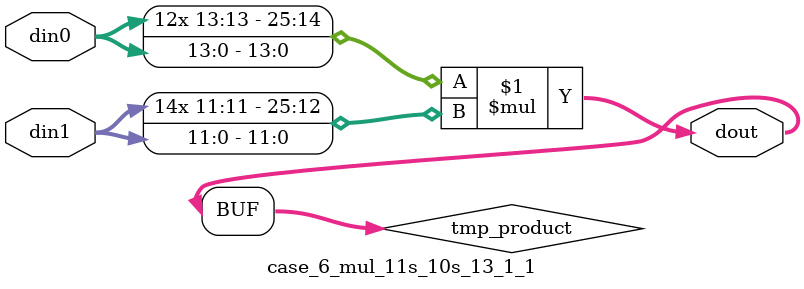
<source format=v>

`timescale 1 ns / 1 ps

 module case_6_mul_11s_10s_13_1_1(din0, din1, dout);
parameter ID = 1;
parameter NUM_STAGE = 0;
parameter din0_WIDTH = 14;
parameter din1_WIDTH = 12;
parameter dout_WIDTH = 26;

input [din0_WIDTH - 1 : 0] din0; 
input [din1_WIDTH - 1 : 0] din1; 
output [dout_WIDTH - 1 : 0] dout;

wire signed [dout_WIDTH - 1 : 0] tmp_product;



























assign tmp_product = $signed(din0) * $signed(din1);








assign dout = tmp_product;





















endmodule

</source>
